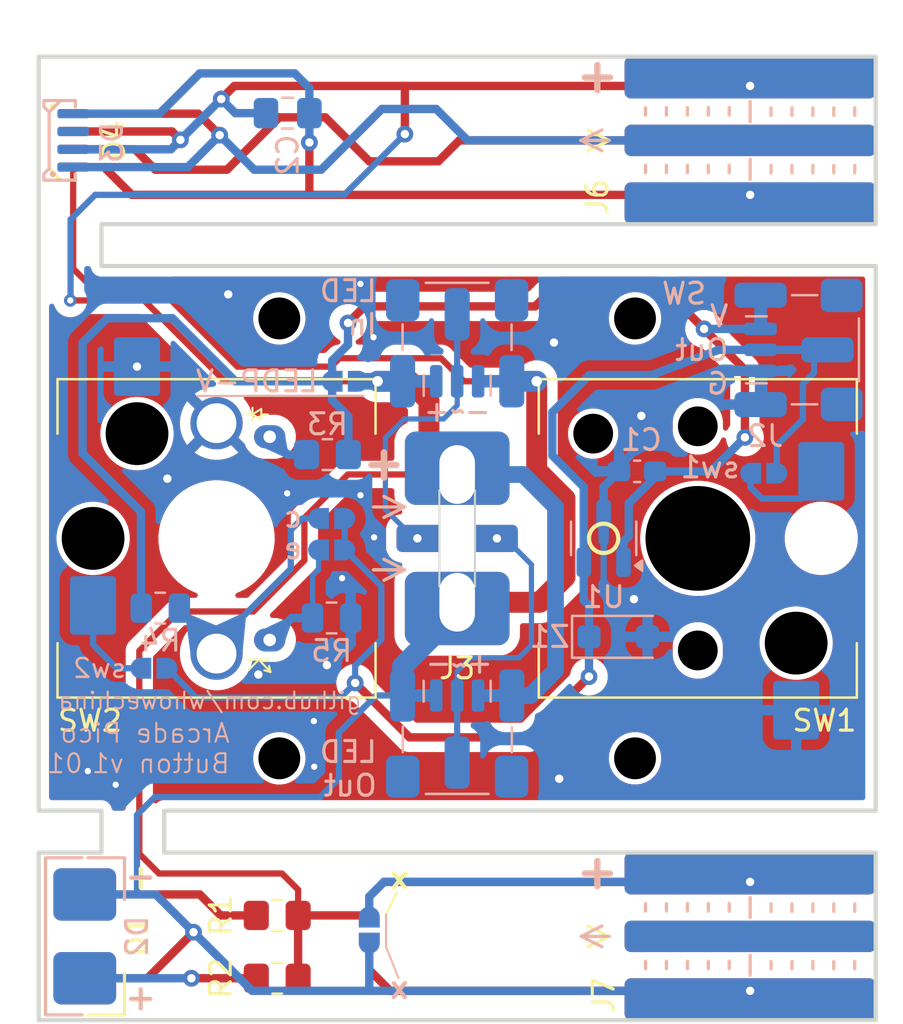
<source format=kicad_pcb>
(kicad_pcb (version 20241229) (generator "pcbnew") (generator_version "9.0")
  (layers (0 "F.Cu" signal) (2 "B.Cu" signal) (13 "F.Paste" user) (15 "B.Paste" user) (5 "F.SilkS" user "F.Silkscreen") (7 "B.SilkS" user "B.Silkscreen") (1 "F.Mask" user) (3 "B.Mask" user) (25 "Edge.Cuts" user))
  (net 0 "")
  (net 1 "LED_N")
  (net 2 "LED_P")
  (net 3 "Vcc")
  (net 4 "/Out")
  (net 5 "GND")
  (net 6 "Net-(J3-Out)")
  (net 7 "Net-(J3-In)")
  (net 8 "Net-(D1-A)")
  (net 9 "Net-(D2-A)")
  (net 10 "Net-(D3-In)")
  (net 12 "Net-(D4-Out)")
  (net 15 "Net-(JP7-A)")
  (net 16 "Net-(JP3-B)")
  (net 17 "Net-(JP4-B)")
  (net 18 "Net-(SW2B-A)")
  (net 19 "Net-(JP5-A)")
  (footprint "button:M2_Screw" (layer "F.Cu") (at 108.5 65.5)
    (property "Reference" "S2" (hide yes))
    (property "Value" "~")
    (pad "" np_thru_hole circle (at 0 0) (size 2 2) (drill 2) (layers "*.Mask"))
  )
  (footprint "button:M2_Screw" (layer "F.Cu") (at 108.5 44.5)
    (property "Reference" "S1" (hide yes))
    (property "Value" "~")
    (pad "" np_thru_hole circle (at 0 0) (size 2 2) (drill 2) (layers "*.Mask"))
  )
  (footprint "button:SideLED" (layer "F.Cu") (at 82.2 74 90)
    (property "Reference" "D1" (at 0 2.5 90) (layer "F.SilkS"))
    (property "Value" "LED")
    (pad "1" smd roundrect (at -2 0 90) (size 2.5 3) (layers "F.Cu" "F.Mask" "F.Paste") (roundrect_rratio 0.15) (net 1 "LED_N"))
    (pad "2" smd roundrect (at 2 0 90) (size 2.5 3) (layers "F.Cu" "F.Mask" "F.Paste") (roundrect_rratio 0.15) (net 8 "Net-(D1-A)"))
  )
  (footprint "button:WS2812B-4020" (layer "F.Cu") (at 81 36 90)
    (property "Reference" "D4" (at 0 2.6 90) (layer "F.SilkS"))
    (property "Value" "WS2812B_Unified")
    (pad "G" smd roundrect (at -1.275 0.65 90) (size 0.44 1.5) (layers "F.Cu" "F.Mask" "F.Paste") (net 1 "LED_N"))
    (pad "I" smd roundrect (at 1.275 0.65 90) (size 0.44 1.5) (layers "F.Cu" "F.Mask" "F.Paste") (net 10 "Net-(D3-In)"))
    (pad "O" smd roundrect (at -0.425 0.65 90) (size 0.44 1.5) (layers "F.Cu" "F.Mask" "F.Paste") (net 12 "Net-(D4-Out)"))
    (pad "V" smd roundrect (at 0.425 0.65 90) (size 0.44 1.5) (layers "F.Cu" "F.Mask" "F.Paste") (net 2 "LED_P"))
  )
  (footprint "button:Choc_HE" (layer "F.Cu") (at 111.5 55 -90)
    (property "Reference" "SW1" (at 8.7 -6.05 0) (layer "F.SilkS"))
    (property "Value" "~" (hide yes))
    (pad "" np_thru_hole circle (at -5.35 0 270) (size 1.9 1.9) (drill oval 2.2 1.9) (layers "*.Mask"))
    (pad "" np_thru_hole circle (at -5 5 270) (size 1.9 1.9) (drill 1.9) (layers "*.Mask"))
    (pad "" np_thru_hole circle (at 0 -5.9 270) (size 3 3) (drill 3) (layers "*.Cu" "*.Mask"))
    (pad "" np_thru_hole circle (at 0 0 270) (size 5 5) (drill 5) (layers "*.Mask"))
    (pad "" np_thru_hole circle (at 5 -4.7 270) (size 3 3) (drill 3) (layers "*.Mask"))
    (pad "" np_thru_hole circle (at 5.35 0 270) (size 1.9 1.9) (drill oval 2.2 1.9) (layers "*.Mask"))
    (pad "1" smd roundrect (at -3.2 -5.9 270) (size 2.8 2.2) (layers "B.Cu" "B.Mask" "B.Paste") (roundrect_rratio 0.08333333333) (net 19 "Net-(JP5-A)"))
    (pad "2" smd roundrect (at 8.2 -4.7 270) (size 2.8 2.2) (layers "B.Cu" "B.Mask" "B.Paste") (roundrect_rratio 0.08333333333) (net 5 "GND"))
  )
  (footprint "button:SW_Kailh_Choc_IR_Combo" (layer "F.Cu") (at 88.5 55 90)
    (property "Reference" "SW2" (at -8.7 -6.05 180) (layer "F.SilkS"))
    (property "Value" "Choc and IR Pair" (hide yes))
    (pad "" np_thru_hole circle (at 0 -5.9 90) (size 3 3) (drill 3) (layers "*.Mask"))
    (pad "" np_thru_hole circle (at 0 0 90) (size 5.05 5.05) (drill 5.05) (layers "*.Cu" "*.Mask"))
    (pad "" np_thru_hole circle (at 5 -3.8 90) (size 3 3) (drill 3) (layers "*.Mask"))
    (pad "1" smd roundrect (at -3.2 -5.9 90) (size 2.8 2.2) (layers "B.Cu" "B.Mask" "B.Paste") (roundrect_rratio 0.08333333333) (net 15 "Net-(JP7-A)"))
    (pad "2" smd roundrect (at 8.2 -3.8 90) (size 2.8 2.2) (layers "B.Cu" "B.Mask" "B.Paste") (roundrect_rratio 0.08333333333) (net 5 "GND"))
    (pad "3" thru_hole circle (at 5.5 0 90) (size 2.5 2.5) (drill 1.9) (layers "*.Cu" "*.Mask") (net 5 "GND"))
    (pad "4" thru_hole oval (at 4.85 2.54 180) (size 1.5 1.1) (drill 0.6) (layers "*.Cu" "*.Mask") (net 18 "Net-(SW2B-A)"))
    (pad "5" thru_hole oval (at -4.85 2.54 180) (size 1.5 1.1) (drill 0.6) (layers "*.Cu" "*.Mask") (net 17 "Net-(JP4-B)"))
    (pad "6" thru_hole circle (at -5.5 0 90) (size 2.5 2.5) (drill 1.9) (layers "*.Cu" "*.Mask") (net 16 "Net-(JP3-B)"))
  )
  (footprint "button:SolderJump" (layer "F.Cu") (at 95.8 73.7 90)
    (property "Reference" "JP1" (hide yes))
    (property "Value" "Jumper_2_Open" (hide yes))
    (pad "1" smd roundrect (at -0.625 0 90) (size 1 1) (layers "F.Cu" "F.Mask" "F.Paste") (roundrect_rratio 0.5) (chamfer_ratio 0) (chamfer top_right bottom_right) (net 1 "LED_N"))
    (pad "2" smd roundrect (at 0.625 0 270) (size 1 1) (layers "F.Cu" "F.Mask" "F.Paste") (roundrect_rratio 0.5) (chamfer_ratio 0) (chamfer top_right bottom_right) (net 2 "LED_P"))
  )
  (footprint "button:GoldFinger" (layer "F.Cu") (at 114 36)
    (property "Reference" "J6" (at -7.3 2.7 90) (layer "F.SilkS"))
    (property "Value" "Gold Finger")
    (pad "G" thru_hole roundrect (at 0 2.6) (size 12 2) (drill 0.4 (offset 0 0.4)) (layers "*.Cu" "*.Paste" "*.Mask") (roundrect_rratio 0.15) (net 1 "LED_N"))
    (pad "I" smd roundrect (at 0 0) (size 12 1.5) (layers "B.Cu" "B.Mask" "B.Paste") (roundrect_rratio 0.2) (net 10 "Net-(D3-In)"))
    (pad "O" smd roundrect (at 0 0) (size 12 1.5) (layers "F.Cu" "F.Mask" "F.Paste") (roundrect_rratio 0.2) (net 12 "Net-(D4-Out)"))
    (pad "V" thru_hole roundrect (at 0 -2.6) (size 12 2) (drill 0.4 (offset 0 -0.4)) (layers "*.Cu" "*.Paste" "*.Mask") (roundrect_rratio 0.15) (net 2 "LED_P"))
  )
  (footprint "button:GoldFinger" (layer "F.Cu") (at 114 74)
    (property "Reference" "J7" (at -7 2.8 90) (layer "F.SilkS"))
    (property "Value" "Gold Finger")
    (pad "G" thru_hole roundrect (at 0 2.6) (size 12 2) (drill 0.4 (offset 0 0.4)) (layers "*.Cu" "*.Paste" "*.Mask") (roundrect_rratio 0.15) (net 1 "LED_N"))
    (pad "I" smd roundrect (at 0 0) (size 12 1.5) (layers "B.Cu" "B.Mask" "B.Paste") (roundrect_rratio 0.2))
    (pad "O" smd roundrect (at 0 0) (size 12 1.5) (layers "F.Cu" "F.Mask" "F.Paste") (roundrect_rratio 0.2))
    (pad "V" thru_hole roundrect (at 0 -2.6) (size 12 2) (drill 0.4 (offset 0 -0.4)) (layers "*.Cu" "*.Paste" "*.Mask") (roundrect_rratio 0.15) (net 2 "LED_P"))
  )
  (footprint "button:M2_Screw" (layer "F.Cu") (at 91.5 65.5)
    (property "Reference" "S4" (hide yes))
    (property "Value" "~")
    (pad "" np_thru_hole circle (at 0 0) (size 2 2) (drill 2) (layers "*.Mask"))
  )
  (footprint "button:M2_Screw" (layer "F.Cu") (at 91.5 44.5)
    (property "Reference" "S3" (hide yes))
    (property "Value" "~")
    (pad "" np_thru_hole circle (at 0 0) (size 2 2) (drill 2) (layers "*.Mask"))
  )
  (footprint "button:LampSeat" (layer "F.Cu") (at 100 55)
    (property "Reference" "J3" (at 0 6.2 0) (layer "F.SilkS"))
    (property "Value" "Lamp Seat")
    (fp_rect (start -0.85 -2.3) (end 0.85 2.3) (stroke (width 0.1)) (fill no) (layer "Edge.Cuts"))
    (pad "G" thru_hole roundrect (at 0 3.05) (size 5 3.5) (drill oval 1.7 2.8 (offset 0 0.3)) (layers "*.Cu" "*.Mask") (roundrect_rratio 0.15) (net 1 "LED_N"))
    (pad "I" thru_hole roundrect (at -1.9 0) (size 2 1.3) (drill 0.4) (layers "*.Cu" "*.Mask") (roundrect_rratio 0.2) (chamfer_ratio 0) (chamfer top_right bottom_right) (net 7 "Net-(J3-In)"))
    (pad "O" thru_hole roundrect (at 1.9 0) (size 2 1.3) (drill 0.4) (layers "*.Cu" "*.Mask") (roundrect_rratio 0.2) (chamfer_ratio 0) (chamfer top_left bottom_left) (net 6 "Net-(J3-Out)"))
    (pad "V" thru_hole roundrect (at 0 -3.05) (size 5 3.5) (drill oval 1.7 2.8 (offset 0 -0.3)) (layers "*.Cu" "*.Mask") (roundrect_rratio 0.15) (net 2 "LED_P"))
  )
  (footprint "Resistor_SMD:R_0805_2012Metric_Pad1.20x1.40mm_HandSolder" (layer "F.Cu") (at 91.4 76 180)
    (property "Reference" "R2" (at 2.7 0 90) (layer "F.SilkS"))
    (property "Value" "200")
    (pad "1" smd roundrect (at -1 0 180) (size 1.2 1.4) (layers "F.Cu" "F.Mask" "F.Paste") (roundrect_rratio 0.208333) (net 2 "LED_P"))
    (pad "2" smd roundrect (at 1 0 180) (size 1.2 1.4) (layers "F.Cu" "F.Mask" "F.Paste") (roundrect_rratio 0.208333) (net 9 "Net-(D2-A)"))
  )
  (footprint "Resistor_SMD:R_0805_2012Metric_Pad1.20x1.40mm_HandSolder" (layer "F.Cu") (at 91.4 73 180)
    (property "Reference" "R1" (at 2.7 0 90) (layer "F.SilkS"))
    (property "Value" "200")
    (pad "1" smd roundrect (at -1 0 180) (size 1.2 1.4) (layers "F.Cu" "F.Mask" "F.Paste") (roundrect_rratio 0.208333) (net 2 "LED_P"))
    (pad "2" smd roundrect (at 1 0 180) (size 1.2 1.4) (layers "F.Cu" "F.Mask" "F.Paste") (roundrect_rratio 0.208333) (net 8 "Net-(D1-A)"))
  )
  (footprint "button:SH1.0_3P_Solder_Combo" (layer "B.Cu") (at 100 64.5 180)
    (property "Reference" "J5" (hide yes))
    (property "Value" "RGB Out" (hide yes))
    (pad "1" smd roundrect (at -2.61 2 180) (size 1.2 2.5) (layers "B.Cu" "B.Mask" "B.Paste") (net 2 "LED_P"))
    (pad "1" smd roundrect (at -1 2 180) (size 0.6 1.55) (layers "B.Cu" "B.Mask" "B.Paste") (net 2 "LED_P"))
    (pad "2" smd roundrect (at 0 -1.2 180) (size 1.2 2.5) (layers "B.Cu" "B.Mask" "B.Paste") (net 6 "Net-(J3-Out)"))
    (pad "2" smd roundrect (at 0 2 180) (size 0.6 1.55) (layers "B.Cu" "B.Mask" "B.Paste") (net 6 "Net-(J3-Out)"))
    (pad "3" smd roundrect (at 1 2 180) (size 0.6 1.55) (layers "B.Cu" "B.Mask" "B.Paste") (net 1 "LED_N"))
    (pad "3" smd roundrect (at 2.61 2 180) (size 1.2 2.5) (layers "B.Cu" "B.Mask" "B.Paste") (net 1 "LED_N"))
    (pad "MP" smd roundrect (at -2.6 -1.875 180) (size 1.6 2) (layers "B.Cu" "B.Mask" "B.Paste") (roundrect_rratio 0.208333))
    (pad "MP" smd roundrect (at 2.6 -1.875 180) (size 1.6 2) (layers "B.Cu" "B.Mask" "B.Paste") (roundrect_rratio 0.208333))
  )
  (footprint "button:SolderJump" (layer "B.Cu") (at 94 55.55 180)
    (property "Reference" "JP4" (hide yes))
    (property "Value" "e" (at 1.85 0.075 0) (layer "B.SilkS") (effects (justify mirror)))
    (pad "1" smd roundrect (at -0.625 0 180) (size 1 1) (layers "B.Cu" "B.Mask" "B.Paste") (roundrect_rratio 0.5) (chamfer_ratio 0) (chamfer top_right bottom_right) (net 4 "/Out"))
    (pad "2" smd roundrect (at 0.625 0) (size 1 1) (layers "B.Cu" "B.Mask" "B.Paste") (roundrect_rratio 0.5) (chamfer_ratio 0) (chamfer top_right bottom_right) (net 17 "Net-(JP4-B)"))
  )
  (footprint "button:SH1.0_3P_Solder_Combo" (layer "B.Cu") (at 100 45.5)
    (property "Reference" "J4" (hide yes))
    (property "Value" "RGB In" (hide yes))
    (pad "1" smd roundrect (at -2.61 2) (size 1.2 2.5) (layers "B.Cu" "B.Mask" "B.Paste") (net 2 "LED_P"))
    (pad "1" smd roundrect (at -1 2) (size 0.6 1.55) (layers "B.Cu" "B.Mask" "B.Paste") (net 2 "LED_P"))
    (pad "2" smd roundrect (at 0 -1.2) (size 1.2 2.5) (layers "B.Cu" "B.Mask" "B.Paste") (net 7 "Net-(J3-In)"))
    (pad "2" smd roundrect (at 0 2) (size 0.6 1.55) (layers "B.Cu" "B.Mask" "B.Paste") (net 7 "Net-(J3-In)"))
    (pad "3" smd roundrect (at 1 2) (size 0.6 1.55) (layers "B.Cu" "B.Mask" "B.Paste") (net 1 "LED_N"))
    (pad "3" smd roundrect (at 2.61 2) (size 1.2 2.5) (layers "B.Cu" "B.Mask" "B.Paste") (net 1 "LED_N"))
    (pad "MP" smd roundrect (at -2.6 -1.875) (size 1.6 2) (layers "B.Cu" "B.Mask" "B.Paste") (roundrect_rratio 0.208333))
    (pad "MP" smd roundrect (at 2.6 -1.875) (size 1.6 2) (layers "B.Cu" "B.Mask" "B.Paste") (roundrect_rratio 0.208333))
  )
  (footprint "button:SolderJump" (layer "B.Cu") (at 114.65 51.89)
    (property "Reference" "JP5" (hide yes))
    (property "Value" "sw1" (at -2.56 -0.28 0) (layer "B.SilkS") (effects (justify mirror)))
    (pad "1" smd roundrect (at -0.625 0) (size 1 1) (layers "B.Cu" "B.Mask" "B.Paste") (roundrect_rratio 0.5) (chamfer_ratio 0) (chamfer top_right bottom_right) (net 19 "Net-(JP5-A)"))
    (pad "2" smd roundrect (at 0.625 0 180) (size 1 1) (layers "B.Cu" "B.Mask" "B.Paste") (roundrect_rratio 0.5) (chamfer_ratio 0) (chamfer top_right bottom_right) (net 4 "/Out"))
  )
  (footprint "button:SH1.0_3P_Solder_Combo" (layer "B.Cu") (at 116.5 46 -90)
    (property "Reference" "J2" (at 4.11 1.78 180) (layer "B.SilkS") (effects (justify mirror)))
    (property "Value" "Conn_01x03_Socket")
    (pad "1" smd roundrect (at -2.61 2 270) (size 1.2 2.5) (layers "B.Cu" "B.Mask" "B.Paste") (net 3 "Vcc"))
    (pad "1" smd roundrect (at -1 2 270) (size 0.6 1.55) (layers "B.Cu" "B.Mask" "B.Paste") (net 3 "Vcc"))
    (pad "2" smd roundrect (at 0 -1.2 270) (size 1.2 2.5) (layers "B.Cu" "B.Mask" "B.Paste") (net 4 "/Out"))
    (pad "2" smd roundrect (at 0 2 270) (size 0.6 1.55) (layers "B.Cu" "B.Mask" "B.Paste") (net 4 "/Out"))
    (pad "3" smd roundrect (at 1 2 270) (size 0.6 1.55) (layers "B.Cu" "B.Mask" "B.Paste") (net 5 "GND"))
    (pad "3" smd roundrect (at 2.61 2 270) (size 1.2 2.5) (layers "B.Cu" "B.Mask" "B.Paste") (net 5 "GND"))
    (pad "MP" smd roundrect (at -2.6 -1.875 270) (size 1.6 2) (layers "B.Cu" "B.Mask" "B.Paste") (roundrect_rratio 0.208333))
    (pad "MP" smd roundrect (at 2.6 -1.875 270) (size 1.6 2) (layers "B.Cu" "B.Mask" "B.Paste") (roundrect_rratio 0.208333))
  )
  (footprint "button:WS2812B-4020" (layer "B.Cu") (at 81 36 -90)
    (property "Reference" "D3" (at 0.1 -2.5 90) (layer "B.SilkS") (effects (justify mirror)))
    (property "Value" "WS2812B_Unified")
    (pad "G" smd roundrect (at -1.275 -0.65 270) (size 0.44 1.5) (layers "B.Cu" "B.Mask" "B.Paste") (net 1 "LED_N"))
    (pad "I" smd roundrect (at 1.275 -0.65 270) (size 0.44 1.5) (layers "B.Cu" "B.Mask" "B.Paste") (net 10 "Net-(D3-In)"))
    (pad "O" smd roundrect (at -0.425 -0.65 270) (size 0.44 1.5) (layers "B.Cu" "B.Mask" "B.Paste"))
    (pad "V" smd roundrect (at 0.425 -0.65 270) (size 0.44 1.5) (layers "B.Cu" "B.Mask" "B.Paste") (net 2 "LED_P"))
  )
  (footprint "Capacitor_SMD:C_0603_1608Metric_Pad1.08x0.95mm_HandSolder" (layer "B.Cu") (at 108.6 51.8)
    (property "Reference" "C1" (at 0.2 -1.5 180) (layer "B.SilkS") (effects (justify mirror)))
    (property "Value" "0.1uF")
    (pad "1" smd roundrect (at -0.8625 0) (size 1.075 0.95) (layers "B.Cu" "B.Mask" "B.Paste") (net 5 "GND"))
    (pad "2" smd roundrect (at 0.8625 0) (size 1.075 0.95) (layers "B.Cu" "B.Mask" "B.Paste") (net 3 "Vcc"))
  )
  (footprint "Resistor_SMD:R_0805_2012Metric_Pad1.20x1.40mm_HandSolder" (layer "B.Cu") (at 93.8 51)
    (property "Reference" "R3" (at 0 -1.45 180) (layer "B.SilkS") (effects (justify mirror)))
    (property "Value" "200")
    (pad "1" smd roundrect (at -1 0) (size 1.2 1.4) (layers "B.Cu" "B.Mask" "B.Paste") (roundrect_rratio 0.208333) (net 18 "Net-(SW2B-A)"))
    (pad "2" smd roundrect (at 1 0) (size 1.2 1.4) (layers "B.Cu" "B.Mask" "B.Paste") (roundrect_rratio 0.208333) (net 3 "Vcc"))
  )
  (footprint "button:SolderJump" (layer "B.Cu") (at 85.51 61.2)
    (property "Reference" "JP7" (hide yes))
    (property "Value" "sw2" (at -2.6 0 0) (layer "B.SilkS") (effects (font (size 0.9 0.9) (thickness 0.12)) (justify mirror)))
    (pad "1" smd roundrect (at -0.625 0) (size 1 1) (layers "B.Cu" "B.Mask" "B.Paste") (roundrect_rratio 0.5) (chamfer_ratio 0) (chamfer top_right bottom_right) (net 15 "Net-(JP7-A)"))
    (pad "2" smd roundrect (at 0.625 0 180) (size 1 1) (layers "B.Cu" "B.Mask" "B.Paste") (roundrect_rratio 0.5) (chamfer_ratio 0) (chamfer top_right bottom_right) (net 4 "/Out"))
  )
  (footprint "button:SOT-23-FAT" (layer "B.Cu") (at 107 55 90)
    (property "Reference" "U1" (at -2.8 0 0) (layer "B.SilkS") (effects (justify mirror)))
    (property "Value" "SS49E_SOT23")
    (pad "1" smd roundrect (at -1.1375 0.95 90) (size 1.4 0.7) (layers "B.Cu" "B.Mask" "B.Paste") (net 3 "Vcc"))
    (pad "2" smd roundrect (at -1.1375 -0.95 90) (size 1.4 0.7) (layers "B.Cu" "B.Mask" "B.Paste") (net 4 "/Out"))
    (pad "3" smd roundrect (at 1.1375 0 90) (size 1.4 0.7) (layers "B.Cu" "B.Mask" "B.Paste") (net 5 "GND"))
  )
  (footprint "button:SideLED" (layer "B.Cu") (at 82.2 74 -90)
    (property "Reference" "D2" (at 0 -2.5 90) (layer "B.SilkS") (effects (justify mirror)))
    (property "Value" "LED")
    (pad "1" smd roundrect (at -2 0 270) (size 2.5 3) (layers "B.Cu" "B.Mask" "B.Paste") (roundrect_rratio 0.15) (net 1 "LED_N"))
    (pad "2" smd roundrect (at 2 0 270) (size 2.5 3) (layers "B.Cu" "B.Mask" "B.Paste") (roundrect_rratio 0.15) (net 9 "Net-(D2-A)"))
  )
  (footprint "Capacitor_SMD:C_0805_2012Metric_Pad1.18x1.45mm_HandSolder" (layer "B.Cu") (at 91.9 34.7 180)
    (property "Reference" "C2" (at 0 -2 90) (layer "B.SilkS") (effects (justify mirror)))
    (property "Value" "0.1uF")
    (pad "1" smd roundrect (at -1.0375 0 180) (size 1.175 1.45) (layers "B.Cu" "B.Mask" "B.Paste") (roundrect_rratio 0.212766) (net 1 "LED_N"))
    (pad "2" smd roundrect (at 1.0375 0 180) (size 1.175 1.45) (layers "B.Cu" "B.Mask" "B.Paste") (roundrect_rratio 0.212766) (net 2 "LED_P"))
  )
  (footprint "Diode_SMD:D_SOD-123F" (layer "B.Cu") (at 107.7 59.7)
    (property "Reference" "Z1" (at -3.275 0 0) (layer "B.SilkS") (effects (justify mirror)))
    (property "Value" "3.3V")
    (pad "1" smd roundrect (at -1.4 0) (size 1.1 1.1) (layers "B.Cu" "B.Mask" "B.Paste") (roundrect_rratio 0.2272727273) (net 4 "/Out"))
    (pad "2" smd roundrect (at 1.4 0) (size 1.1 1.1) (layers "B.Cu" "B.Mask" "B.Paste") (roundrect_rratio 0.2272727273) (net 5 "GND"))
  )
  (footprint "button:SolderJump" (layer "B.Cu") (at 95.8 73.7 90)
    (property "Reference" "JP2" (hide yes))
    (property "Value" "Jumper_2_Open" (hide yes))
    (pad "1" smd roundrect (at -0.625 0 90) (size 1 1) (layers "B.Cu" "B.Mask" "B.Paste") (roundrect_rratio 0.5) (chamfer_ratio 0) (chamfer top_right bottom_right) (net 1 "LED_N"))
    (pad "2" smd roundrect (at 0.625 0 270) (size 1 1) (layers "B.Cu" "B.Mask" "B.Paste") (roundrect_rratio 0.5) (chamfer_ratio 0) (chamfer top_right bottom_right) (net 2 "LED_P"))
  )
  (footprint "Resistor_SMD:R_0805_2012Metric" (layer "B.Cu") (at 94 58.8 180)
    (property "Reference" "R5" (at 0 -1.575 0) (layer "B.SilkS") (effects (justify mirror)))
    (property "Value" "200")
    (pad "1" smd roundrect (at -0.9125 0 180) (size 1.025 1.4) (layers "B.Cu" "B.Mask" "B.Paste") (roundrect_rratio 0.243902) (net 5 "GND"))
    (pad "2" smd roundrect (at 0.9125 0 180) (size 1.025 1.4) (layers "B.Cu" "B.Mask" "B.Paste") (roundrect_rratio 0.243902) (net 17 "Net-(JP4-B)"))
  )
  (footprint "Resistor_SMD:R_0805_2012Metric" (layer "B.Cu") (at 85.81 58.33 180)
    (property "Reference" "R4" (at 0 -1.55 0) (layer "B.SilkS") (effects (justify mirror)))
    (property "Value" "200")
    (pad "1" smd roundrect (at -0.9125 0 180) (size 1.025 1.4) (layers "B.Cu" "B.Mask" "B.Paste") (roundrect_rratio 0.243902) (net 16 "Net-(JP3-B)"))
    (pad "2" smd roundrect (at 0.9125 0 180) (size 1.025 1.4) (layers "B.Cu" "B.Mask" "B.Paste") (roundrect_rratio 0.243902) (net 3 "Vcc"))
  )
  (footprint "button:SolderJump" (layer "B.Cu") (at 94 54.05 180)
    (property "Reference" "JP3" (hide yes))
    (property "Value" "c" (at 1.85 0.075 0) (layer "B.SilkS") (effects (justify mirror)))
    (pad "1" smd roundrect (at -0.625 0 180) (size 1 1) (layers "B.Cu" "B.Mask" "B.Paste") (roundrect_rratio 0.5) (chamfer_ratio 0) (chamfer top_right bottom_right) (net 4 "/Out"))
    (pad "2" smd roundrect (at 0.625 0) (size 1 1) (layers "B.Cu" "B.Mask" "B.Paste") (roundrect_rratio 0.5) (chamfer_ratio 0) (chamfer top_right bottom_right) (net 16 "Net-(JP3-B)"))
  )
  (footprint "button:SolderJump" (layer "B.Cu") (at 94.65 47.5 180)
    (property "Reference" "JP6" (hide yes))
    (property "Value" "LEDP-V" (at 4.225 0 0) (layer "B.SilkS") (effects (justify mirror)))
    (pad "1" smd roundrect (at -0.625 0 180) (size 1 1) (layers "B.Cu" "B.Mask" "B.Paste") (roundrect_rratio 0.5) (chamfer_ratio 0) (chamfer top_right bottom_right) (net 2 "LED_P"))
    (pad "2" smd roundrect (at 0.625 0) (size 1 1) (layers "B.Cu" "B.Mask" "B.Paste") (roundrect_rratio 0.5) (chamfer_ratio 0) (chamfer top_right bottom_right) (net 3 "Vcc"))
  )
  (gr_line (start 96.6 72.95) (end 96.6 74.5) (stroke (width 0.1)) (layer "F.SilkS"))
  (gr_line (start 96.6 72.95) (end 97.125207 71.895874) (stroke (width 0.1)) (layer "F.SilkS"))
  (gr_line (start 96.6 74.5) (end 97.2 76) (stroke (width 0.1)) (layer "B.SilkS"))
  (gr_line (start 87.575 48.2) (end 95.525 48.2) (stroke (width 0.1)) (layer "B.SilkS"))
  (gr_line (start 96.6 72.95) (end 96.6 74.5) (stroke (width 0.1)) (layer "B.SilkS"))
  (gr_line (start 83 70) (end 80 70) (stroke (width 0.2)) (layer "Edge.Cuts"))
  (gr_line (start 80 70) (end 80 78) (stroke (width 0.2)) (layer "Edge.Cuts"))
  (gr_line (start 83 68) (end 83 70) (stroke (width 0.2)) (layer "Edge.Cuts"))
  (gr_line (start 120 42) (end 120 68) (stroke (width 0.2)) (layer "Edge.Cuts"))
  (gr_line (start 120 70) (end 86 70) (stroke (width 0.2)) (layer "Edge.Cuts"))
  (gr_line (start 80 68) (end 83 68) (stroke (width 0.2)) (layer "Edge.Cuts"))
  (gr_line (start 80 32) (end 120 32) (stroke (width 0.2)) (layer "Edge.Cuts"))
  (gr_line (start 80 78) (end 120 78) (stroke (width 0.2)) (layer "Edge.Cuts"))
  (gr_line (start 83 40) (end 83 42) (stroke (width 0.2)) (layer "Edge.Cuts"))
  (gr_line (start 80 32) (end 80 68) (stroke (width 0.2)) (layer "Edge.Cuts"))
  (gr_line (start 86 70) (end 86 68) (stroke (width 0.2)) (layer "Edge.Cuts"))
  (gr_line (start 120 32) (end 120 40) (stroke (width 0.2)) (layer "Edge.Cuts"))
  (gr_line (start 83 42) (end 120 42) (stroke (width 0.2)) (layer "Edge.Cuts"))
  (gr_line (start 120 78) (end 120 70) (stroke (width 0.2)) (layer "Edge.Cuts"))
  (gr_line (start 86 68) (end 120 68) (stroke (width 0.2)) (layer "Edge.Cuts"))
  (gr_line (start 120 40) (end 83 40) (stroke (width 0.2)) (layer "Edge.Cuts"))
  (gr_text "x" (at 96.7 71.8 0) (layer "F.SilkS") (effects (font (size 1 1) (thickness 0.2) (bold yes)) (justify left bottom)))
  (gr_text "-\n\n\n+" (at 85.75 70.6 180) (layer "F.SilkS") (effects (font (size 1.2 1.2) (thickness 0.2) (bold yes)) (justify left bottom)))
  (gr_text "V\nOut\nG" (at 113.05 48.2 0) (layer "B.SilkS") (effects (font (size 1 1)) (justify left bottom mirror)))
  (gr_text "github.com/whowechina" (at 88.175 62.75 0) (layer "B.SilkS") (effects (font (size 0.8 0.8) (thickness 0.1)) (justify mirror)))
  (gr_text "SW" (at 111.99 43.9 0) (layer "B.SilkS") (effects (font (size 1 1)) (justify left bottom mirror)))
  (gr_text "Arcade Pico\nButton v1.01" (at 89.2 66.275 0) (layer "B.SilkS") (effects (font (size 0.9 0.9) (thickness 0.1)) (justify left bottom mirror)))
  (gr_text "-~+" (at 98.4 60.5 180) (layer "B.SilkS") (effects (font (size 1 1)) (justify left bottom mirror)))
  (gr_text "LED\nIn" (at 96.25 44 0) (layer "B.SilkS") (effects (font (size 1 1)) (justify left mirror)))
  (gr_text "LED\nOut" (at 96.25 66 0) (layer "B.SilkS") (effects (font (size 1 1)) (justify left mirror)))
  (gr_text "-\n\n\n+" (at 85.75 77.6 0) (layer "B.SilkS") (effects (font (size 1.2 1.2) (thickness 0.2) (bold yes)) (justify left bottom mirror)))
  (gr_text "x" (at 96.7 76.1 180) (layer "B.SilkS") (effects (font (size 1 1) (thickness 0.2) (bold yes)) (justify left bottom mirror)))
  (gr_text "-~+" (at 101.7 49.5 0) (layer "B.SilkS") (effects (font (size 1 1)) (justify left bottom mirror)))
  (segment (start 85.2 76) (end 82 76) (width 0.4) (layer "F.Cu") (net 1))
  (segment (start 105.15 53.1) (end 103.8 51.75) (width 1) (layer "F.Cu") (net 1))
  (segment (start 103.8 51.75) (end 103.8 47.5) (width 1) (layer "F.Cu") (net 1))
  (segment (start 114 38.6) (end 84.45 38.6) (width 0.4) (layer "F.Cu") (net 1))
  (segment (start 100.325 47.5) (end 99.225 46.4) (width 0.3) (layer "F.Cu") (net 1))
  (segment (start 81.65 42.125) (end 81.65 37.275) (width 0.3) (layer "F.Cu") (net 1))
  (segment (start 103.95 58.05) (end 105.15 56.85) (width 1) (layer "F.Cu") (net 1))
  (segment (start 83.125 37.275) (end 81.65 37.275) (width 0.4) (layer "F.Cu") (net 1))
  (segment (start 96.8 76.6) (end 114 76.6) (width 0.4) (layer "F.Cu") (net 1))
  (segment (start 99.225 46.4) (end 94.375 46.4) (width 0.3) (layer "F.Cu") (net 1))
  (segment (start 85.6 42.9) (end 82.425 42.9) (width 0.3) (layer "F.Cu") (net 1))
  (segment (start 89.5 46.8) (end 85.6 42.9) (width 0.3) (layer "F.Cu") (net 1))
  (segment (start 84.45 38.6) (end 83.125 37.275) (width 0.4) (layer "F.Cu") (net 1))
  (segment (start 101.5 58.05) (end 103.95 58.05) (width 1) (layer "F.Cu") (net 1))
  (segment (start 82.425 42.9) (end 81.65 42.125) (width 0.3) (layer "F.Cu") (net 1))
  (segment (start 95.8 75.6) (end 96.8 76.6) (width 0.4) (layer "F.Cu") (net 1))
  (segment (start 94.375 46.4) (end 93.975 46.8) (width 0.3) (layer "F.Cu") (net 1))
  (segment (start 93.975 46.8) (end 89.5 46.8) (width 0.3) (layer "F.Cu") (net 1))
  (segment (start 95.8 74.45) (end 95.8 75.6) (width 0.4) (layer "F.Cu") (net 1))
  (segment (start 87.4 73.8) (end 85.2 76) (width 0.4) (layer "F.Cu") (net 1))
  (segment (start 92.9375 36.1) (end 92.9375 38.6) (width 0.4) (layer "F.Cu") (net 1))
  (segment (start 105.15 56.85) (end 105.15 53.1) (width 1) (layer "F.Cu") (net 1))
  (segment (start 103.8 47.5) (end 100.325 47.5) (width 0.3) (layer "F.Cu") (net 1))
  (via (at 103.8 47.5) (size 1) (drill 0.5) (layers "F.Cu" "B.Cu") (net 1))
  (via (at 87.4 73.8) (size 0.8) (drill 0.4) (layers "F.Cu" "B.Cu") (net 1))
  (via (at 92.9375 36.1) (size 0.8) (drill 0.4) (layers "F.Cu" "B.Cu") (net 1))
  (segment (start 92.2375 32.8) (end 92.9375 33.5) (width 0.4) (layer "B.Cu") (net 1))
  (segment (start 84.7 72) (end 84.7 68.2) (width 0.3) (layer "B.Cu") (net 1))
  (segment (start 98.7 59) (end 98.7 59.8) (width 1) (layer "B.Cu") (net 1))
  (segment (start 85.6 72) (end 84.7 72) (width 0.4) (layer "B.Cu") (net 1))
  (segment (start 81.65 34.725) (end 85.775 34.725) (width 0.4) (layer "B.Cu") (net 1))
  (segment (start 92.9375 33.5) (end 92.9375 36.1) (width 0.4) (layer "B.Cu") (net 1))
  (segment (start 96.125 62.5) (end 97.39 62.5) (width 0.3) (layer "B.Cu") (net 1))
  (segment (start 90.2 76.6) (end 110.5 76.6) (width 0.4) (layer "B.Cu") (net 1))
  (segment (start 98.7 59.8) (end 97.39 61.11) (width 1) (layer "B.Cu") (net 1))
  (segment (start 85.551 67.349) (end 93.451 67.349) (width 0.3) (layer "B.Cu") (net 1))
  (segment (start 87.4 73.8) (end 85.6 72) (width 0.4) (layer "B.Cu") (net 1))
  (segment (start 101 47.5) (end 102.61 47.5) (width 0.6) (layer "B.Cu") (net 1))
  (segment (start 85.775 34.725) (end 87.7 32.8) (width 0.4) (layer "B.Cu") (net 1))
  (segment (start 94.35 64.275) (end 96.125 62.5) (width 0.3) (layer "B.Cu") (net 1))
  (segment (start 87.7 32.8) (end 92.2375 32.8) (width 0.4) (layer "B.Cu") (net 1))
  (segment (start 93.451 67.349) (end 94.35 66.45) (width 0.3) (layer "B.Cu") (net 1))
  (segment (start 95.8 74.45) (end 95.8 76.6) (width 0.4) (layer "B.Cu") (net 1))
  (segment (start 97.39 61.11) (end 97.39 62.5) (width 1) (layer "B.Cu") (net 1))
  (segment (start 103.8 47.5) (end 102.61 47.5) (width 1) (layer "B.Cu") (net 1))
  (segment (start 84.7 68.2) (end 85.551 67.349) (width 0.3) (layer "B.Cu") (net 1))
  (segment (start 87.4 73.8) (end 90.2 76.6) (width 0.4) (layer "B.Cu") (net 1))
  (segment (start 84.7 72) (end 82 72) (width 0.4) (layer "B.Cu") (net 1))
  (segment (start 97.39 62.5) (end 99 62.5) (width 0.6) (layer "B.Cu") (net 1))
  (segment (start 94.35 66.45) (end 94.35 64.275) (width 0.3) (layer "B.Cu") (net 1))
  (segment (start 100 51.95) (end 94.775 51.95) (width 0.3) (layer "F.Cu") (net 2))
  (segment (start 114 71.4) (end 96.5 71.4) (width 0.4) (layer "F.Cu") (net 2))
  (segment (start 85.04 43.64) (end 88.9 47.5) (width 0.3) (layer "F.Cu") (net 2))
  (segment (start 97.725 47.5) (end 96.2 47.5) (width 1) (layer "F.Cu") (net 2))
  (segment (start 90.26 58.49) (end 86.69 58.49) (width 0.3) (layer "F.Cu") (net 2))
  (segment (start 95.8 72.1) (end 95.8 72.95) (width 0.4) (layer "F.Cu") (net 2))
  (segment (start 92.7 56.05) (end 90.26 58.49) (width 0.3) (layer "F.Cu") (net 2))
  (segment (start 96.5 71.4) (end 95.8 72.1) (width 0.4) (layer "F.Cu") (net 2))
  (segment (start 95.8 72.95) (end 95.75 73) (width 0.4) (layer "F.Cu") (net 2))
  (segment (start 85.75 71) (end 91.625 71) (width 0.3) (layer "F.Cu") (net 2))
  (segment (start 86.375 35.575) (end 86.775 35.975) (width 0.4) (layer "F.Cu") (net 2))
  (segment (start 92.4 73) (end 92.4 76) (width 0.4) (layer "F.Cu") (net 2))
  (segment (start 92.4 71.775) (end 92.4 73) (width 0.3) (layer "F.Cu") (net 2))
  (segment (start 94.775 51.95) (end 92.7 54.025) (width 0.3) (layer "F.Cu") (net 2))
  (segment (start 98.65 50.6) (end 98.65 48.425) (width 1) (layer "F.Cu") (net 2))
  (segment (start 84.81 70.06) (end 85.75 71) (width 0.3) (layer "F.Cu") (net 2))
  (segment (start 81.65 35.575) (end 86.375 35.575) (width 0.4) (layer "F.Cu") (net 2))
  (segment (start 84.81 60.37) (end 84.81 70.06) (width 0.3) (layer "F.Cu") (net 2))
  (segment (start 88.725 34.025) (end 89.35 33.4) (width 0.4) (layer "F.Cu") (net 2))
  (segment (start 98.65 48.425) (end 97.725 47.5) (width 1) (layer "F.Cu") (net 2))
  (segment (start 81.51 43.64) (end 85.04 43.64) (width 0.3) (layer "F.Cu") (net 2))
  (segment (start 88.9 47.5) (end 96.2 47.5) (width 0.3) (layer "F.Cu") (net 2))
  (segment (start 95.75 73) (end 92.4 73) (width 0.4) (layer "F.Cu") (net 2))
  (segment (start 97.5 33.4) (end 114 33.4) (width 0.4) (layer "F.Cu") (net 2))
  (segment (start 89.35 33.4) (end 97.5 33.4) (width 0.4) (layer "F.Cu") (net 2))
  (segment (start 86.69 58.49) (end 84.81 60.37) (width 0.3) (layer "F.Cu") (net 2))
  (segment (start 92.7 54.025) (end 92.7 56.05) (width 0.3) (layer "F.Cu") (net 2))
  (segment (start 91.625 71) (end 92.4 71.775) (width 0.3) (layer "F.Cu") (net 2))
  (segment (start 97.5 33.4) (end 97.5 35.7) (width 0.4) (layer "F.Cu") (net 2))
  (via (at 86.775 35.975) (size 0.8) (drill 0.4) (layers "F.Cu" "B.Cu") (net 2))
  (via (at 88.725 34.025) (size 0.8) (drill 0.4) (layers "F.Cu" "B.Cu") (net 2))
  (via (at 81.51 43.64) (size 0.6) (drill 0.3) (layers "F.Cu" "B.Cu") (net 2))
  (via (at 96.2 47.5) (size 1) (drill 0.5) (layers "F.Cu" "B.Cu") (net 2))
  (via (at 97.5 35.7) (size 0.8) (drill 0.4) (layers "F.Cu" "B.Cu") (net 2))
  (segment (start 104.7 53.5) (end 104.7 61.3) (width 0.8) (layer "B.Cu") (net 2))
  (segment (start 110.5 71.4) (end 96.5 71.4) (width 0.4) (layer "B.Cu") (net 2))
  (segment (start 81.525 43.625) (end 81.525 39.775) (width 0.3) (layer "B.Cu") (net 2))
  (segment (start 88.725 34.025) (end 89.4 34.7) (width 0.4) (layer "B.Cu") (net 2))
  (segment (start 104.7 61.3) (end 103.5 62.5) (width 0.8) (layer "B.Cu") (net 2))
  (segment (start 103.15 51.95) (end 104.7 53.5) (width 0.8) (layer "B.Cu") (net 2))
  (segment (start 95.275 47.5) (end 96.2 47.5) (width 0.8) (layer "B.Cu") (net 2))
  (segment (start 86.325 36.425) (end 86.775 35.975) (width 0.4) (layer "B.Cu") (net 2))
  (segment (start 97.39 47.5) (end 99 47.5) (width 0.6) (layer "B.Cu") (net 2))
  (segment (start 82.7 38.6) (end 94.6 38.6) (width 0.3) (layer "B.Cu") (net 2))
  (segment (start 94.6 38.6) (end 97.5 35.7) (width 0.3) (layer "B.Cu") (net 2))
  (segment (start 103.5 62.5) (end 102.61 62.5) (width 0.8) (layer "B.Cu") (net 2))
  (segment (start 86.775 35.975) (end 88.725 34.025) (width 0.4) (layer "B.Cu") (net 2))
  (segment (start 89.4 34.7) (end 90.8625 34.7) (width 0.4) (layer "B.Cu") (net 2))
  (segment (start 81.65 36.425) (end 86.325 36.425) (width 0.4) (layer "B.Cu") (net 2))
  (segment (start 95.8 72.1) (end 95.8 72.95) (width 0.4) (layer "B.Cu") (net 2))
  (segment (start 101.8 51.95) (end 103.15 51.95) (width 0.8) (layer "B.Cu") (net 2))
  (segment (start 101 62.5) (end 102.61 62.5) (width 0.6) (layer "B.Cu") (net 2))
  (segment (start 96.2 47.5) (end 97.39 47.5) (width 1) (layer "B.Cu") (net 2))
  (segment (start 96.5 71.4) (end 95.8 72.1) (width 0.4) (layer "B.Cu") (net 2))
  (segment (start 81.51 43.64) (end 81.525 43.625) (width 0.3) (layer "B.Cu") (net 2))
  (segment (start 81.525 39.775) (end 82.7 38.6) (width 0.3) (layer "B.Cu") (net 2))
  (segment (start 94.783741 44.716259) (end 95.575 43.925) (width 0.4) (layer "F.Cu") (net 3))
  (segment (start 103.725 43.925) (end 104.949 42.701) (width 0.4) (layer "F.Cu") (net 3))
  (segment (start 109.501 42.701) (end 111.8 45) (width 0.4) (layer "F.Cu") (net 3))
  (segment (start 104.949 42.701) (end 109.501 42.701) (width 0.4) (layer "F.Cu") (net 3))
  (segment (start 95.575 43.925) (end 103.725 43.925) (width 0.4) (layer "F.Cu") (net 3))
  (segment (start 113.75 50.18) (end 113.75 46.95) (width 0.4) (layer "F.Cu") (net 3))
  (segment (start 113.75 46.95) (end 111.8 45) (width 0.4) (layer "F.Cu") (net 3))
  (via (at 111.8 45) (size 0.8) (drill 0.4) (layers "F.Cu" "B.Cu") (net 3))
  (via (at 94.783741 44.716259) (size 0.8) (drill 0.4) (layers "F.Cu" "B.Cu") (net 3))
  (via (at 113.75 50.18) (size 0.8) (drill 0.4) (layers "F.Cu" "B.Cu") (net 3))
  (segment (start 94.783741 44.716259) (end 94.783741 45.75) (width 0.4) (layer "B.Cu") (net 3))
  (segment (start 89.4 47.5) (end 86.39 44.49) (width 0.4) (layer "B.Cu") (net 3))
  (segment (start 94.025 47.5) (end 89.4 47.5) (width 0.4) (layer "B.Cu") (net 3))
  (segment (start 108.2 54.9) (end 107.95 55.15) (width 0.4) (layer "B.Cu") (net 3))
  (segment (start 109.4625 52.06875) (end 108.2 53.33125) (width 0.4) (layer "B.Cu") (net 3))
  (segment (start 109.4625 51.8) (end 109.4625 52.06875) (width 0.4) (layer "B.Cu") (net 3))
  (segment (start 112.13 51.8) (end 109.4625 51.8) (width 0.4) (layer "B.Cu") (net 3))
  (segment (start 94.783741 45.75) (end 94.025 46.508741) (width 0.4) (layer "B.Cu") (net 3))
  (segment (start 84.8875 53.7275) (end 84.8875 58.32) (width 0.4) (layer "B.Cu") (net 3))
  (segment (start 94.8 49.175) (end 94.8 51) (width 0.4) (layer "B.Cu") (net 3))
  (segment (start 113.75 50.18) (end 112.13 51.8) (width 0.4) (layer "B.Cu") (net 3))
  (segment (start 83.27 44.49) (end 82.1 45.66) (width 0.4) (layer "B.Cu") (net 3))
  (segment (start 86.39 44.49) (end 83.27 44.49) (width 0.4) (layer "B.Cu") (net 3))
  (segment (start 94.025 46.508741) (end 94.025 48.4) (width 0.4) (layer "B.Cu") (net 3))
  (segment (start 82.1 45.66) (end 82.1 50.94) (width 0.4) (layer "B.Cu") (net 3))
  (segment (start 111.8 45) (end 114.475 45) (width 0.4) (layer "B.Cu") (net 3))
  (segment (start 82.1 50.94) (end 84.8875 53.7275) (width 0.4) (layer "B.Cu") (net 3))
  (segment (start 114.5 45) (end 114.5 43.39) (width 0.6) (layer "B.Cu") (net 3))
  (segment (start 94.025 48.4) (end 94.8 49.175) (width 0.4) (layer "B.Cu") (net 3))
  (segment (start 107.95 55.15) (end 107.95 56.1375) (width 0.4) (layer "B.Cu") (net 3))
  (segment (start 108.2 53.33125) (end 108.2 54.9) (width 0.4) (layer "B.Cu") (net 3))
  (segment (start 103.4 64.5) (end 97.724 64.5) (width 0.4) (layer "F.Cu") (net 4))
  (segment (start 97.724 64.5) (end 95.125 61.901) (width 0.4) (layer "F.Cu") (net 4))
  (segment (start 106.3 61.6) (end 103.4 64.5) (width 0.4) (layer "F.Cu") (net 4))
  (via (at 106.3 61.6) (size 0.8) (drill 0.4) (layers "F.Cu" "B.Cu") (net 4))
  (via (at 95.125 61.901) (size 0.8) (drill 0.4) (layers "F.Cu" "B.Cu") (net 4))
  (segment (start 96.375 59.825) (end 96.375 57.275) (width 0.3) (layer "B.Cu") (net 4))
  (segment (start 106.05 57.95) (end 106.05 56.1375) (width 0.4) (layer "B.Cu") (net 4))
  (segment (start 112.5 46) (end 117.7 46) (width 0.4) (layer "B.Cu") (net 4))
  (segment (start 115.275 50.565) (end 115.275 51.89) (width 0.3) (layer "B.Cu") (net 4))
  (segment (start 106.325 47.2) (end 109.3 47.2) (width 0.4) (layer "B.Cu") (net 4))
  (segment (start 117.05 46) (end 117.05 47.1) (width 0.3) (layer "B.Cu") (net 4))
  (segment (start 94.625 55.55) (end 94.625 54.05) (width 0.3) (layer "B.Cu") (net 4))
  (segment (start 106.05 52.55) (end 104.55 51.05) (width 0.4) (layer "B.Cu") (net 4))
  (segment (start 117.05 47.1) (end 116.525 47.625) (width 0.3) (layer "B.Cu") (net 4))
  (segment (start 104.55 48.975) (end 106.325 47.2) (width 0.4) (layer "B.Cu") (net 4))
  (segment (start 104.55 51.05) (end 104.55 48.975) (width 0.4) (layer "B.Cu") (net 4))
  (segment (start 106.3 58.2) (end 106.05 57.95) (width 0.4) (layer "B.Cu") (net 4))
  (segment (start 116.525 47.625) (end 116.525 49.315) (width 0.3) (layer "B.Cu") (net 4))
  (segment (start 116.525 49.315) (end 115.275 50.565) (width 0.3) (layer "B.Cu") (net 4))
  (segment (start 87.535 62.6) (end 94.426 62.6) (width 0.3) (layer "B.Cu") (net 4))
  (segment (start 95.125 61.075) (end 96.375 59.825) (width 0.3) (layer "B.Cu") (net 4))
  (segment (start 86.135 61.2) (end 87.535 62.6) (width 0.3) (layer "B.Cu") (net 4))
  (segment (start 106.05 56.1375) (end 106.05 52.55) (width 0.4) (layer "B.Cu") (net 4))
  (segment (start 106.3 61.6) (end 106.3 58.2) (width 0.4) (layer "B.Cu") (net 4))
  (segment (start 96.375 57.275) (end 94.65 55.55) (width 0.3) (layer "B.Cu") (net 4))
  (segment (start 95.125 61.901) (end 95.125 61.075) (width 0.3) (layer "B.Cu") (net 4))
  (segment (start 109.3 47.2) (end 112.5 46) (width 0.4) (layer "B.Cu") (net 4))
  (segment (start 94.426 62.6) (end 95.125 61.901) (width 0.3) (layer "B.Cu") (net 4))
  (via (at 96 45.4) (size 0.6) (drill 0.3) (layers "F.Cu" "B.Cu") (net 5))
  (via (at 93.775 61.05) (size 0.8) (drill 0.4) (layers "F.Cu" "B.Cu") (net 5))
  (via (at 91.875 52.85) (size 0.6) (drill 0.3) (layers "F.Cu" "B.Cu") (net 5))
  (via (at 90.5 61.5) (size 0.8) (drill 0.4) (layers "F.Cu" "B.Cu") (net 5))
  (via (at 83.68 66.76) (size 0.6) (drill 0.3) (layers "F.Cu" "B.Cu") (net 5))
  (via (at 93.17 65.9) (size 0.6) (drill 0.3) (layers "F.Cu" "B.Cu") (net 5))
  (via (at 108.45 57.9) (size 0.8) (drill 0.4) (layers "F.Cu" "B.Cu") (net 5))
  (via (at 104.625 45.65) (size 0.8) (drill 0.4) (layers "F.Cu" "B.Cu") (net 5))
  (via (at 104.875 66.475) (size 0.8) (drill 0.4) (layers "F.Cu" "B.Cu") (net 5))
  (via (at 82.35 66.11) (size 0.6) (drill 0.3) (layers "F.Cu" "B.Cu") (net 5))
  (via (at 86.15 52.15) (size 0.8) (drill 0.4) (layers "F.Cu" "B.Cu") (net 5))
  (via (at 108.8 49.15) (size 0.8) (drill 0.4) (layers "F.Cu" "B.Cu") (net 5))
  (via (at 95.375 42.85) (size 0.6) (drill 0.3) (layers "F.Cu" "B.Cu") (net 5))
  (via (at 84.7 46.8) (size 0.8) (drill 0.4) (layers "F.Cu" "B.Cu") (net 5))
  (via (at 96.03 54.95) (size 0.6) (drill 0.3) (layers "F.Cu" "B.Cu") (net 5))
  (via (at 89.06 43.35) (size 0.8) (drill 0.4) (layers "F.Cu" "B.Cu") (net 5))
  (via (at 93.15 63.725) (size 0.6) (drill 0.3) (layers "F.Cu" "B.Cu") (net 5))
  (via (at 95.38 52.94) (size 0.6) (drill 0.3) (layers "F.Cu" "B.Cu") (net 5))
  (via (at 94.5 56.9) (size 0.6) (drill 0.3) (layers "F.Cu" "B.Cu") (net 5))
  (segment (start 108.8 50.5) (end 107.7375 51.5625) (width 0.4) (layer "B.Cu") (net 5))
  (segment (start 108.8 49.15) (end 108.8 50.5) (width 0.4) (layer "B.Cu") (net 5))
  (segment (start 107 52.5375) (end 107 53.8625) (width 0.4) (layer "B.Cu") (net 5))
  (segment (start 94.9125 59.9125) (end 93.775 61.05) (width 0.3) (layer "B.Cu") (net 5))
  (segment (start 107 57.15) (end 107 53.8625) (width 0.3) (layer "B.Cu") (net 5))
  (segment (start 109.6 48.2) (end 112.7 47) (width 0.4) (layer "B.Cu") (net 5))
  (segment (start 94.5 56.9) (end 94.9125 57.3125) (width 0.3) (layer "B.Cu") (net 5))
  (segment (start 108.45 57.9) (end 107.75 57.9) (width 0.3) (layer "B.Cu") (net 5))
  (segment (start 94.9125 57.3125) (end 94.9125 59.9125) (width 0.3) (layer "B.Cu") (net 5))
  (segment (start 107.7375 51.8) (end 107 52.5375) (width 0.4) (layer "B.Cu") (net 5))
  (segment (start 107.75 57.9) (end 107 57.15) (width 0.3) (layer "B.Cu") (net 5))
  (segment (start 108.8 49.15) (end 109.6 48.2) (width 0.4) (layer "B.Cu") (net 5))
  (segment (start 107.7375 51.5625) (end 107.7375 51.8) (width 0.4) (layer "B.Cu") (net 5))
  (segment (start 114.525 48.66) (end 114.525 47.05) (width 0.6) (layer "B.Cu") (net 5))
  (segment (start 112.7 47) (end 114.5 47) (width 0.4) (layer "B.Cu") (net 5))
  (segment (start 100 62.5) (end 100 65.7) (width 0.3) (layer "B.Cu") (net 6))
  (segment (start 100 62.5) (end 100 61.35) (width 0.25) (layer "B.Cu") (net 6))
  (segment (start 100.65 60.7) (end 102.95 60.7) (width 0.25) (layer "B.Cu") (net 6))
  (segment (start 102.3 55) (end 101.9 55) (width 0.25) (layer "B.Cu") (net 6))
  (segment (start 103.55 60.1) (end 103.55 56.25) (width 0.25) (layer "B.Cu") (net 6))
  (segment (start 103.55 56.25) (end 102.3 55) (width 0.25) (layer "B.Cu") (net 6))
  (segment (start 102.95 60.7) (end 103.55 60.1) (width 0.25) (layer "B.Cu") (net 6))
  (segment (start 100 61.35) (end 100.65 60.7) (width 0.25) (layer "B.Cu") (net 6))
  (segment (start 97.475 49.3) (end 96.57 50.205) (width 0.25) (layer "B.Cu") (net 7))
  (segment (start 100 47.5) (end 100 44.3) (width 0.3) (layer "B.Cu") (net 7))
  (segment (start 96.57 53.62) (end 97.95 55) (width 0.25) (layer "B.Cu") (net 7))
  (segment (start 100 48.65) (end 99.35 49.3) (width 0.25) (layer "B.Cu") (net 7))
  (segment (start 96.57 50.205) (end 96.57 53.62) (width 0.25) (layer "B.Cu") (net 7))
  (segment (start 97.95 55) (end 98.1 55) (width 0.25) (layer "B.Cu") (net 7))
  (segment (start 99.35 49.3) (end 97.475 49.3) (width 0.25) (layer "B.Cu") (net 7))
  (segment (start 100 47.5) (end 100 48.65) (width 0.25) (layer "B.Cu") (net 7))
  (segment (start 88.7 73) (end 90.4 73) (width 0.4) (layer "F.Cu") (net 8))
  (segment (start 87.7 72) (end 88.7 73) (width 0.4) (layer "F.Cu") (net 8))
  (segment (start 82 72) (end 87.7 72) (width 0.4) (layer "F.Cu") (net 8))
  (segment (start 87.3 76) (end 90.4 76) (width 0.4) (layer "F.Cu") (net 9))
  (via (at 87.3 76) (size 0.8) (drill 0.4) (layers "F.Cu" "B.Cu") (net 9))
  (segment (start 82 76) (end 87.3 76) (width 0.4) (layer "B.Cu") (net 9))
  (segment (start 87.625 34.725) (end 81.65 34.725) (width 0.4) (layer "F.Cu") (net 10))
  (segment (start 88.65 35.75) (end 87.625 34.725) (width 0.4) (layer "F.Cu") (net 10))
  (via (at 88.65 35.75) (size 0.8) (drill 0.4) (layers "F.Cu" "B.Cu") (net 10))
  (segment (start 88.65 35.75) (end 90.3 37.4) (width 0.4) (layer "B.Cu") (net 10))
  (segment (start 96.4 34.5) (end 99 34.5) (width 0.4) (layer "B.Cu") (net 10))
  (segment (start 87.125 37.275) (end 81.65 37.275) (width 0.4) (layer "B.Cu") (net 10))
  (segment (start 88.65 35.75) (end 87.125 37.275) (width 0.4) (layer "B.Cu") (net 10))
  (segment (start 99 34.5) (end 100.5 36) (width 0.4) (layer "B.Cu") (net 10))
  (segment (start 93.5 37.4) (end 96.4 34.5) (width 0.4) (layer "B.Cu") (net 10))
  (segment (start 100.5 36) (end 114 36) (width 0.4) (layer "B.Cu") (net 10))
  (segment (start 90.3 37.4) (end 93.5 37.4) (width 0.4) (layer "B.Cu") (net 10))
  (segment (start 93.7 34.9) (end 91.5 34.9) (width 0.4) (layer "F.Cu") (net 12))
  (segment (start 91.5 34.9) (end 89 37.4) (width 0.4) (layer "F.Cu") (net 12))
  (segment (start 85.575 37.4) (end 84.6 36.425) (width 0.4) (layer "F.Cu") (net 12))
  (segment (start 95.8 37) (end 93.7 34.9) (width 0.4) (layer "F.Cu") (net 12))
  (segment (start 114 36) (end 100.1 36) (width 0.4) (layer "F.Cu") (net 12))
  (segment (start 84.6 36.425) (end 81.65 36.425) (width 0.4) (layer "F.Cu") (net 12))
  (segment (start 100.1 36) (end 99.1 37) (width 0.4) (layer "F.Cu") (net 12))
  (segment (start 89 37.4) (end 85.575 37.4) (width 0.4) (layer "F.Cu") (net 12))
  (segment (start 99.1 37) (end 95.8 37) (width 0.4) (layer "F.Cu") (net 12))
  (segment (start 82.6 60.07) (end 83.73 61.2) (width 0.3) (layer "B.Cu") (net 15))
  (segment (start 82.6 58.2) (end 82.6 60.07) (width 0.3) (layer "B.Cu") (net 15))
  (segment (start 83.73 61.2) (end 84.885 61.2) (width 0.3) (layer "B.Cu") (net 15))
  (segment (start 86.7225 58.33) (end 88.5 60.1075) (width 0.3) (layer "B.Cu") (net 16))
  (segment (start 88.5 60) (end 92.05 56.45) (width 0.3) (layer "B.Cu") (net 16))
  (segment (start 92.05 54.6) (end 92.6 54.05) (width 0.3) (layer "B.Cu") (net 16))
  (segment (start 88.5 60.5) (end 88.5 60) (width 0.3) (layer "B.Cu") (net 16))
  (segment (start 92.05 56.45) (end 92.05 54.6) (width 0.3) (layer "B.Cu") (net 16))
  (segment (start 92.6 54.05) (end 93.375 54.05) (width 0.3) (layer "B.Cu") (net 16))
  (segment (start 88.5 60.1075) (end 88.5 60.5) (width 0.3) (layer "B.Cu") (net 16))
  (segment (start 93.0875 58.5) (end 93.0875 56.7875) (width 0.25) (layer "B.Cu") (net 17))
  (segment (start 91.04 59.85) (end 92.09 58.8) (width 0.4) (layer "B.Cu") (net 17))
  (segment (start 92.09 58.8) (end 93.0875 58.8) (width 0.4) (layer "B.Cu") (net 17))
  (segment (start 93.375 56.5) (end 93.375 55.55) (width 0.25) (layer "B.Cu") (net 17))
  (segment (start 93.0875 56.7875) (end 93.375 56.5) (width 0.25) (layer "B.Cu") (net 17))
  (segment (start 91.89 51) (end 92.8 51) (width 0.4) (layer "B.Cu") (net 18))
  (segment (start 91.04 50.15) (end 91.89 51) (width 0.4) (layer "B.Cu") (net 18))
  (segment (start 116.45 53.1) (end 117.4 52.15) (width 0.3) (layer "B.Cu") (net 19))
  (segment (start 114.56 53.1) (end 116.45 53.1) (width 0.3) (layer "B.Cu") (net 19))
  (segment (start 117.395 51.795) (end 117.395 51.805) (width 0.2) (layer "B.Cu") (net 19))
  (segment (start 117.395 51.805) (end 116.715 52.485) (width 0.2) (layer "B.Cu") (net 19))
  (segment (start 114.025 52.565) (end 114.56 53.1) (width 0.3) (layer "B.Cu") (net 19))
  (segment (start 114.025 51.89) (end 114.025 52.565) (width 0.3) (layer "B.Cu") (net 19))
  (segment (start 117.4 52.15) (end 117.4 51.8) (width 0.3) (layer "B.Cu") (net 19))
  (zone (net 5) (net_name "GND") (layers "F.Cu" "B.Cu") (connect_pads (clearance 0.5)) (min_thickness 0.25) (fill yes (thermal_gap 0.5) (thermal_bridge_width 0.5))
    (polygon (pts (xy 80.1 42) (xy 120 42) (xy 120 68) (xy 80.1 68)))
  )
)
</source>
